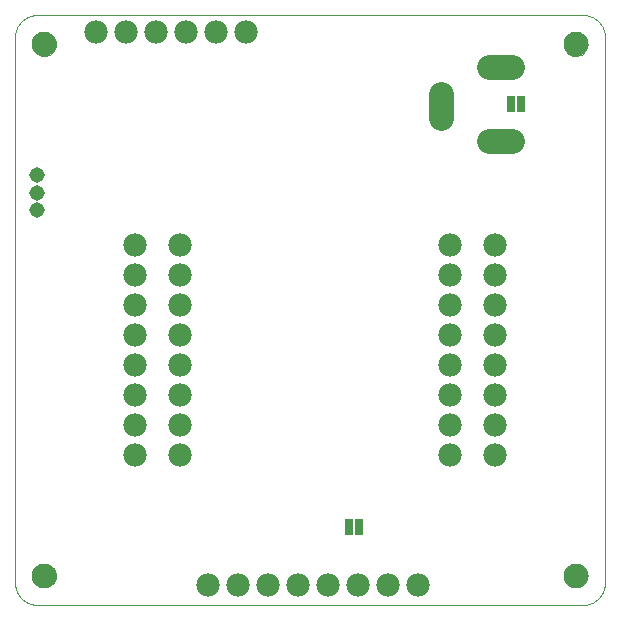
<source format=gbs>
G75*
%MOIN*%
%OFA0B0*%
%FSLAX24Y24*%
%IPPOS*%
%LPD*%
%AMOC8*
5,1,8,0,0,1.08239X$1,22.5*
%
%ADD10C,0.0000*%
%ADD11C,0.0827*%
%ADD12C,0.0780*%
%ADD13C,0.0827*%
%ADD14R,0.0290X0.0540*%
%ADD15C,0.0516*%
D10*
X000947Y000205D02*
X019058Y000205D01*
X019112Y000207D01*
X019165Y000212D01*
X019218Y000221D01*
X019270Y000234D01*
X019322Y000250D01*
X019372Y000270D01*
X019420Y000293D01*
X019467Y000320D01*
X019512Y000349D01*
X019555Y000382D01*
X019595Y000417D01*
X019633Y000455D01*
X019668Y000495D01*
X019701Y000538D01*
X019730Y000583D01*
X019757Y000630D01*
X019780Y000678D01*
X019800Y000728D01*
X019816Y000780D01*
X019829Y000832D01*
X019838Y000885D01*
X019843Y000938D01*
X019845Y000992D01*
X019845Y019103D01*
X019843Y019157D01*
X019838Y019210D01*
X019829Y019263D01*
X019816Y019315D01*
X019800Y019367D01*
X019780Y019417D01*
X019757Y019465D01*
X019730Y019512D01*
X019701Y019557D01*
X019668Y019600D01*
X019633Y019640D01*
X019595Y019678D01*
X019555Y019713D01*
X019512Y019746D01*
X019467Y019775D01*
X019420Y019802D01*
X019372Y019825D01*
X019322Y019845D01*
X019270Y019861D01*
X019218Y019874D01*
X019165Y019883D01*
X019112Y019888D01*
X019058Y019890D01*
X000947Y019890D01*
X000893Y019888D01*
X000840Y019883D01*
X000787Y019874D01*
X000735Y019861D01*
X000683Y019845D01*
X000633Y019825D01*
X000585Y019802D01*
X000538Y019775D01*
X000493Y019746D01*
X000450Y019713D01*
X000410Y019678D01*
X000372Y019640D01*
X000337Y019600D01*
X000304Y019557D01*
X000275Y019512D01*
X000248Y019465D01*
X000225Y019417D01*
X000205Y019367D01*
X000189Y019315D01*
X000176Y019263D01*
X000167Y019210D01*
X000162Y019157D01*
X000160Y019103D01*
X000160Y000992D01*
X000162Y000938D01*
X000167Y000885D01*
X000176Y000832D01*
X000189Y000780D01*
X000205Y000728D01*
X000225Y000678D01*
X000248Y000630D01*
X000275Y000583D01*
X000304Y000538D01*
X000337Y000495D01*
X000372Y000455D01*
X000410Y000417D01*
X000450Y000382D01*
X000493Y000349D01*
X000538Y000320D01*
X000585Y000293D01*
X000633Y000270D01*
X000683Y000250D01*
X000735Y000234D01*
X000787Y000221D01*
X000840Y000212D01*
X000893Y000207D01*
X000947Y000205D01*
X000753Y001192D02*
X000755Y001231D01*
X000761Y001270D01*
X000771Y001308D01*
X000784Y001345D01*
X000801Y001380D01*
X000821Y001414D01*
X000845Y001445D01*
X000872Y001474D01*
X000901Y001500D01*
X000933Y001523D01*
X000967Y001543D01*
X001003Y001559D01*
X001040Y001571D01*
X001079Y001580D01*
X001118Y001585D01*
X001157Y001586D01*
X001196Y001583D01*
X001235Y001576D01*
X001272Y001565D01*
X001309Y001551D01*
X001344Y001533D01*
X001377Y001512D01*
X001408Y001487D01*
X001436Y001460D01*
X001461Y001430D01*
X001483Y001397D01*
X001502Y001363D01*
X001517Y001327D01*
X001529Y001289D01*
X001537Y001251D01*
X001541Y001212D01*
X001541Y001172D01*
X001537Y001133D01*
X001529Y001095D01*
X001517Y001057D01*
X001502Y001021D01*
X001483Y000987D01*
X001461Y000954D01*
X001436Y000924D01*
X001408Y000897D01*
X001377Y000872D01*
X001344Y000851D01*
X001309Y000833D01*
X001272Y000819D01*
X001235Y000808D01*
X001196Y000801D01*
X001157Y000798D01*
X001118Y000799D01*
X001079Y000804D01*
X001040Y000813D01*
X001003Y000825D01*
X000967Y000841D01*
X000933Y000861D01*
X000901Y000884D01*
X000872Y000910D01*
X000845Y000939D01*
X000821Y000970D01*
X000801Y001004D01*
X000784Y001039D01*
X000771Y001076D01*
X000761Y001114D01*
X000755Y001153D01*
X000753Y001192D01*
X000753Y018903D02*
X000755Y018942D01*
X000761Y018981D01*
X000771Y019019D01*
X000784Y019056D01*
X000801Y019091D01*
X000821Y019125D01*
X000845Y019156D01*
X000872Y019185D01*
X000901Y019211D01*
X000933Y019234D01*
X000967Y019254D01*
X001003Y019270D01*
X001040Y019282D01*
X001079Y019291D01*
X001118Y019296D01*
X001157Y019297D01*
X001196Y019294D01*
X001235Y019287D01*
X001272Y019276D01*
X001309Y019262D01*
X001344Y019244D01*
X001377Y019223D01*
X001408Y019198D01*
X001436Y019171D01*
X001461Y019141D01*
X001483Y019108D01*
X001502Y019074D01*
X001517Y019038D01*
X001529Y019000D01*
X001537Y018962D01*
X001541Y018923D01*
X001541Y018883D01*
X001537Y018844D01*
X001529Y018806D01*
X001517Y018768D01*
X001502Y018732D01*
X001483Y018698D01*
X001461Y018665D01*
X001436Y018635D01*
X001408Y018608D01*
X001377Y018583D01*
X001344Y018562D01*
X001309Y018544D01*
X001272Y018530D01*
X001235Y018519D01*
X001196Y018512D01*
X001157Y018509D01*
X001118Y018510D01*
X001079Y018515D01*
X001040Y018524D01*
X001003Y018536D01*
X000967Y018552D01*
X000933Y018572D01*
X000901Y018595D01*
X000872Y018621D01*
X000845Y018650D01*
X000821Y018681D01*
X000801Y018715D01*
X000784Y018750D01*
X000771Y018787D01*
X000761Y018825D01*
X000755Y018864D01*
X000753Y018903D01*
X018464Y018903D02*
X018466Y018942D01*
X018472Y018981D01*
X018482Y019019D01*
X018495Y019056D01*
X018512Y019091D01*
X018532Y019125D01*
X018556Y019156D01*
X018583Y019185D01*
X018612Y019211D01*
X018644Y019234D01*
X018678Y019254D01*
X018714Y019270D01*
X018751Y019282D01*
X018790Y019291D01*
X018829Y019296D01*
X018868Y019297D01*
X018907Y019294D01*
X018946Y019287D01*
X018983Y019276D01*
X019020Y019262D01*
X019055Y019244D01*
X019088Y019223D01*
X019119Y019198D01*
X019147Y019171D01*
X019172Y019141D01*
X019194Y019108D01*
X019213Y019074D01*
X019228Y019038D01*
X019240Y019000D01*
X019248Y018962D01*
X019252Y018923D01*
X019252Y018883D01*
X019248Y018844D01*
X019240Y018806D01*
X019228Y018768D01*
X019213Y018732D01*
X019194Y018698D01*
X019172Y018665D01*
X019147Y018635D01*
X019119Y018608D01*
X019088Y018583D01*
X019055Y018562D01*
X019020Y018544D01*
X018983Y018530D01*
X018946Y018519D01*
X018907Y018512D01*
X018868Y018509D01*
X018829Y018510D01*
X018790Y018515D01*
X018751Y018524D01*
X018714Y018536D01*
X018678Y018552D01*
X018644Y018572D01*
X018612Y018595D01*
X018583Y018621D01*
X018556Y018650D01*
X018532Y018681D01*
X018512Y018715D01*
X018495Y018750D01*
X018482Y018787D01*
X018472Y018825D01*
X018466Y018864D01*
X018464Y018903D01*
X018464Y001192D02*
X018466Y001231D01*
X018472Y001270D01*
X018482Y001308D01*
X018495Y001345D01*
X018512Y001380D01*
X018532Y001414D01*
X018556Y001445D01*
X018583Y001474D01*
X018612Y001500D01*
X018644Y001523D01*
X018678Y001543D01*
X018714Y001559D01*
X018751Y001571D01*
X018790Y001580D01*
X018829Y001585D01*
X018868Y001586D01*
X018907Y001583D01*
X018946Y001576D01*
X018983Y001565D01*
X019020Y001551D01*
X019055Y001533D01*
X019088Y001512D01*
X019119Y001487D01*
X019147Y001460D01*
X019172Y001430D01*
X019194Y001397D01*
X019213Y001363D01*
X019228Y001327D01*
X019240Y001289D01*
X019248Y001251D01*
X019252Y001212D01*
X019252Y001172D01*
X019248Y001133D01*
X019240Y001095D01*
X019228Y001057D01*
X019213Y001021D01*
X019194Y000987D01*
X019172Y000954D01*
X019147Y000924D01*
X019119Y000897D01*
X019088Y000872D01*
X019055Y000851D01*
X019020Y000833D01*
X018983Y000819D01*
X018946Y000808D01*
X018907Y000801D01*
X018868Y000798D01*
X018829Y000799D01*
X018790Y000804D01*
X018751Y000813D01*
X018714Y000825D01*
X018678Y000841D01*
X018644Y000861D01*
X018612Y000884D01*
X018583Y000910D01*
X018556Y000939D01*
X018532Y000970D01*
X018512Y001004D01*
X018495Y001039D01*
X018482Y001076D01*
X018472Y001114D01*
X018466Y001153D01*
X018464Y001192D01*
D11*
X018858Y001192D03*
X018858Y018903D03*
X001147Y018903D03*
X001147Y001192D03*
D12*
X004160Y005205D03*
X004160Y006205D03*
X004160Y007205D03*
X004160Y008205D03*
X004160Y009205D03*
X004160Y010205D03*
X004160Y011205D03*
X004160Y012205D03*
X005660Y012205D03*
X005660Y011205D03*
X005660Y010205D03*
X005660Y009205D03*
X005660Y008205D03*
X005660Y007205D03*
X005660Y006205D03*
X005660Y005205D03*
X006596Y000864D03*
X007596Y000864D03*
X008596Y000864D03*
X009596Y000864D03*
X010596Y000864D03*
X011596Y000864D03*
X012596Y000864D03*
X013596Y000864D03*
X014660Y005205D03*
X014660Y006205D03*
X014660Y007205D03*
X014660Y008205D03*
X014660Y009205D03*
X014660Y010205D03*
X014660Y011205D03*
X014660Y012205D03*
X016160Y012205D03*
X016160Y011205D03*
X016160Y010205D03*
X016160Y009205D03*
X016160Y008205D03*
X016160Y007205D03*
X016160Y006205D03*
X016160Y005205D03*
X007860Y019305D03*
X006860Y019305D03*
X005860Y019305D03*
X004860Y019305D03*
X003860Y019305D03*
X002860Y019305D03*
D13*
X014376Y017247D02*
X014376Y016459D01*
X015951Y015672D02*
X016738Y015672D01*
X016738Y018152D02*
X015951Y018152D01*
D14*
X016698Y016905D03*
X017018Y016905D03*
X011622Y002805D03*
X011302Y002805D03*
D15*
X000910Y013364D03*
X000910Y013955D03*
X000910Y014546D03*
M02*

</source>
